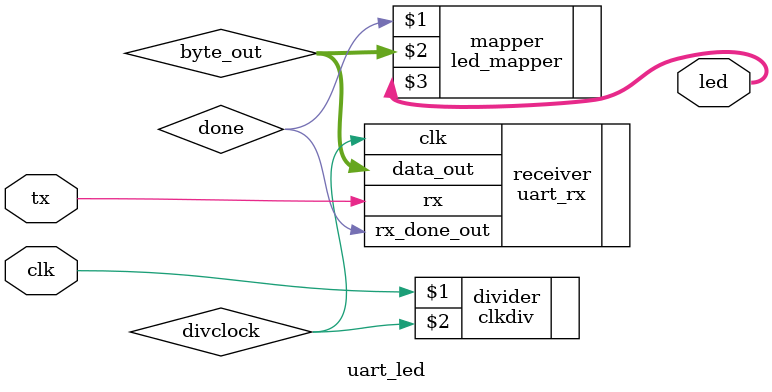
<source format=sv>
`timescale 100ns / 10ns

/*
 * uart_to_led - Small UART test module that connects a 9600-baud UART receiver
 * to the Arty A7 FPGA board's LED array.
 * Send it a byte via UART to make it display the values on the eight LEDs.
 */
module uart_led(
    input clk,
    input tx,
    output [7:0] led
    );

    wire divclock;
    wire done;
    wire [7:0] byte_out;

    clkdiv divider(clk, divclock);

    uart_rx receiver(.clk(divclock),
                     .rx(tx),
                     .rx_done_out(done),
                     .data_out(byte_out));

    led_mapper mapper(done, byte_out, led);

endmodule

</source>
